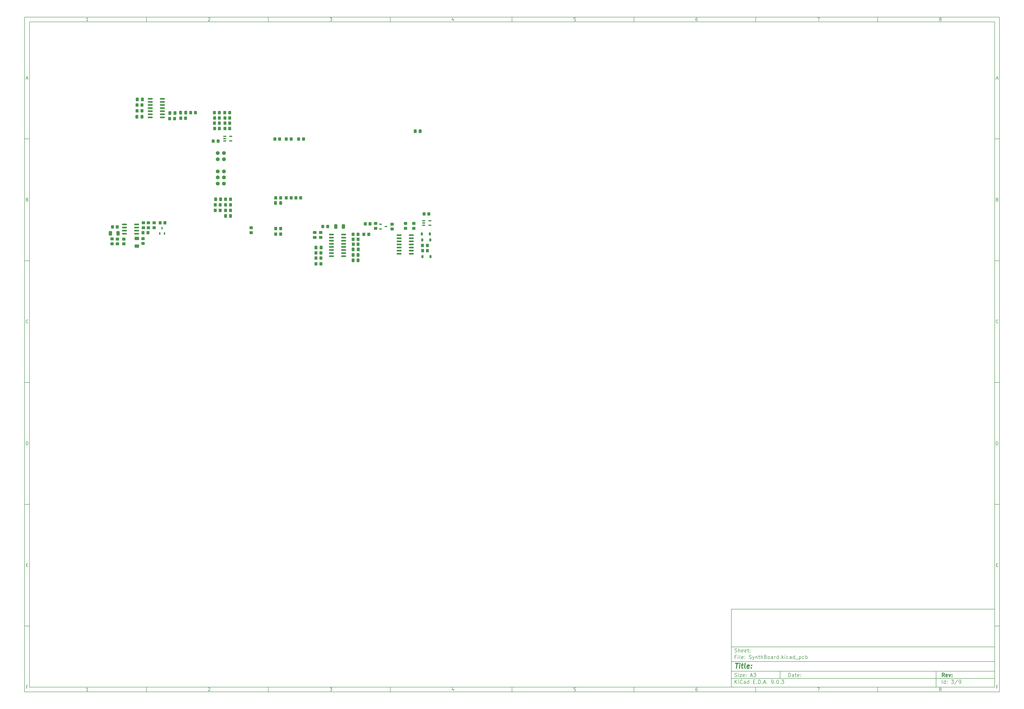
<source format=gbr>
%TF.GenerationSoftware,KiCad,Pcbnew,9.0.3*%
%TF.CreationDate,2025-09-21T20:18:17+09:00*%
%TF.ProjectId,SynthBoard,53796e74-6842-46f6-9172-642e6b696361,rev?*%
%TF.SameCoordinates,Original*%
%TF.FileFunction,Paste,Top*%
%TF.FilePolarity,Positive*%
%FSLAX46Y46*%
G04 Gerber Fmt 4.6, Leading zero omitted, Abs format (unit mm)*
G04 Created by KiCad (PCBNEW 9.0.3) date 2025-09-21 20:18:17*
%MOMM*%
%LPD*%
G01*
G04 APERTURE LIST*
G04 Aperture macros list*
%AMRoundRect*
0 Rectangle with rounded corners*
0 $1 Rounding radius*
0 $2 $3 $4 $5 $6 $7 $8 $9 X,Y pos of 4 corners*
0 Add a 4 corners polygon primitive as box body*
4,1,4,$2,$3,$4,$5,$6,$7,$8,$9,$2,$3,0*
0 Add four circle primitives for the rounded corners*
1,1,$1+$1,$2,$3*
1,1,$1+$1,$4,$5*
1,1,$1+$1,$6,$7*
1,1,$1+$1,$8,$9*
0 Add four rect primitives between the rounded corners*
20,1,$1+$1,$2,$3,$4,$5,0*
20,1,$1+$1,$4,$5,$6,$7,0*
20,1,$1+$1,$6,$7,$8,$9,0*
20,1,$1+$1,$8,$9,$2,$3,0*%
G04 Aperture macros list end*
%ADD10C,0.100000*%
%ADD11C,0.150000*%
%ADD12C,0.300000*%
%ADD13C,0.400000*%
%ADD14RoundRect,0.250000X0.337500X0.475000X-0.337500X0.475000X-0.337500X-0.475000X0.337500X-0.475000X0*%
%ADD15RoundRect,0.250000X0.450000X-0.350000X0.450000X0.350000X-0.450000X0.350000X-0.450000X-0.350000X0*%
%ADD16RoundRect,0.250000X0.350000X0.450000X-0.350000X0.450000X-0.350000X-0.450000X0.350000X-0.450000X0*%
%ADD17RoundRect,0.250000X-0.350000X-0.450000X0.350000X-0.450000X0.350000X0.450000X-0.350000X0.450000X0*%
%ADD18RoundRect,0.250000X-0.337500X-0.475000X0.337500X-0.475000X0.337500X0.475000X-0.337500X0.475000X0*%
%ADD19RoundRect,0.150000X-0.825000X-0.150000X0.825000X-0.150000X0.825000X0.150000X-0.825000X0.150000X0*%
%ADD20RoundRect,0.250000X0.650000X-0.412500X0.650000X0.412500X-0.650000X0.412500X-0.650000X-0.412500X0*%
%ADD21RoundRect,0.150000X-0.850000X-0.150000X0.850000X-0.150000X0.850000X0.150000X-0.850000X0.150000X0*%
%ADD22C,1.600000*%
%ADD23RoundRect,0.225000X-0.225000X-0.375000X0.225000X-0.375000X0.225000X0.375000X-0.225000X0.375000X0*%
%ADD24R,0.600000X1.100000*%
%ADD25RoundRect,0.250000X-0.450000X0.350000X-0.450000X-0.350000X0.450000X-0.350000X0.450000X0.350000X0*%
%ADD26RoundRect,0.250000X-0.412500X-0.650000X0.412500X-0.650000X0.412500X0.650000X-0.412500X0.650000X0*%
%ADD27RoundRect,0.250000X0.475000X-0.337500X0.475000X0.337500X-0.475000X0.337500X-0.475000X-0.337500X0*%
%ADD28R,1.100000X0.600000*%
%ADD29R,1.200000X0.600000*%
%ADD30RoundRect,0.225000X0.225000X0.375000X-0.225000X0.375000X-0.225000X-0.375000X0.225000X-0.375000X0*%
%ADD31RoundRect,0.250000X0.412500X0.650000X-0.412500X0.650000X-0.412500X-0.650000X0.412500X-0.650000X0*%
G04 APERTURE END LIST*
D10*
D11*
X299989000Y-253002200D02*
X407989000Y-253002200D01*
X407989000Y-285002200D01*
X299989000Y-285002200D01*
X299989000Y-253002200D01*
D10*
D11*
X10000000Y-10000000D02*
X409989000Y-10000000D01*
X409989000Y-287002200D01*
X10000000Y-287002200D01*
X10000000Y-10000000D01*
D10*
D11*
X12000000Y-12000000D02*
X407989000Y-12000000D01*
X407989000Y-285002200D01*
X12000000Y-285002200D01*
X12000000Y-12000000D01*
D10*
D11*
X60000000Y-12000000D02*
X60000000Y-10000000D01*
D10*
D11*
X110000000Y-12000000D02*
X110000000Y-10000000D01*
D10*
D11*
X160000000Y-12000000D02*
X160000000Y-10000000D01*
D10*
D11*
X210000000Y-12000000D02*
X210000000Y-10000000D01*
D10*
D11*
X260000000Y-12000000D02*
X260000000Y-10000000D01*
D10*
D11*
X310000000Y-12000000D02*
X310000000Y-10000000D01*
D10*
D11*
X360000000Y-12000000D02*
X360000000Y-10000000D01*
D10*
D11*
X36089160Y-11593604D02*
X35346303Y-11593604D01*
X35717731Y-11593604D02*
X35717731Y-10293604D01*
X35717731Y-10293604D02*
X35593922Y-10479319D01*
X35593922Y-10479319D02*
X35470112Y-10603128D01*
X35470112Y-10603128D02*
X35346303Y-10665033D01*
D10*
D11*
X85346303Y-10417414D02*
X85408207Y-10355509D01*
X85408207Y-10355509D02*
X85532017Y-10293604D01*
X85532017Y-10293604D02*
X85841541Y-10293604D01*
X85841541Y-10293604D02*
X85965350Y-10355509D01*
X85965350Y-10355509D02*
X86027255Y-10417414D01*
X86027255Y-10417414D02*
X86089160Y-10541223D01*
X86089160Y-10541223D02*
X86089160Y-10665033D01*
X86089160Y-10665033D02*
X86027255Y-10850747D01*
X86027255Y-10850747D02*
X85284398Y-11593604D01*
X85284398Y-11593604D02*
X86089160Y-11593604D01*
D10*
D11*
X135284398Y-10293604D02*
X136089160Y-10293604D01*
X136089160Y-10293604D02*
X135655826Y-10788842D01*
X135655826Y-10788842D02*
X135841541Y-10788842D01*
X135841541Y-10788842D02*
X135965350Y-10850747D01*
X135965350Y-10850747D02*
X136027255Y-10912652D01*
X136027255Y-10912652D02*
X136089160Y-11036461D01*
X136089160Y-11036461D02*
X136089160Y-11345985D01*
X136089160Y-11345985D02*
X136027255Y-11469795D01*
X136027255Y-11469795D02*
X135965350Y-11531700D01*
X135965350Y-11531700D02*
X135841541Y-11593604D01*
X135841541Y-11593604D02*
X135470112Y-11593604D01*
X135470112Y-11593604D02*
X135346303Y-11531700D01*
X135346303Y-11531700D02*
X135284398Y-11469795D01*
D10*
D11*
X185965350Y-10726938D02*
X185965350Y-11593604D01*
X185655826Y-10231700D02*
X185346303Y-11160271D01*
X185346303Y-11160271D02*
X186151064Y-11160271D01*
D10*
D11*
X236027255Y-10293604D02*
X235408207Y-10293604D01*
X235408207Y-10293604D02*
X235346303Y-10912652D01*
X235346303Y-10912652D02*
X235408207Y-10850747D01*
X235408207Y-10850747D02*
X235532017Y-10788842D01*
X235532017Y-10788842D02*
X235841541Y-10788842D01*
X235841541Y-10788842D02*
X235965350Y-10850747D01*
X235965350Y-10850747D02*
X236027255Y-10912652D01*
X236027255Y-10912652D02*
X236089160Y-11036461D01*
X236089160Y-11036461D02*
X236089160Y-11345985D01*
X236089160Y-11345985D02*
X236027255Y-11469795D01*
X236027255Y-11469795D02*
X235965350Y-11531700D01*
X235965350Y-11531700D02*
X235841541Y-11593604D01*
X235841541Y-11593604D02*
X235532017Y-11593604D01*
X235532017Y-11593604D02*
X235408207Y-11531700D01*
X235408207Y-11531700D02*
X235346303Y-11469795D01*
D10*
D11*
X285965350Y-10293604D02*
X285717731Y-10293604D01*
X285717731Y-10293604D02*
X285593922Y-10355509D01*
X285593922Y-10355509D02*
X285532017Y-10417414D01*
X285532017Y-10417414D02*
X285408207Y-10603128D01*
X285408207Y-10603128D02*
X285346303Y-10850747D01*
X285346303Y-10850747D02*
X285346303Y-11345985D01*
X285346303Y-11345985D02*
X285408207Y-11469795D01*
X285408207Y-11469795D02*
X285470112Y-11531700D01*
X285470112Y-11531700D02*
X285593922Y-11593604D01*
X285593922Y-11593604D02*
X285841541Y-11593604D01*
X285841541Y-11593604D02*
X285965350Y-11531700D01*
X285965350Y-11531700D02*
X286027255Y-11469795D01*
X286027255Y-11469795D02*
X286089160Y-11345985D01*
X286089160Y-11345985D02*
X286089160Y-11036461D01*
X286089160Y-11036461D02*
X286027255Y-10912652D01*
X286027255Y-10912652D02*
X285965350Y-10850747D01*
X285965350Y-10850747D02*
X285841541Y-10788842D01*
X285841541Y-10788842D02*
X285593922Y-10788842D01*
X285593922Y-10788842D02*
X285470112Y-10850747D01*
X285470112Y-10850747D02*
X285408207Y-10912652D01*
X285408207Y-10912652D02*
X285346303Y-11036461D01*
D10*
D11*
X335284398Y-10293604D02*
X336151064Y-10293604D01*
X336151064Y-10293604D02*
X335593922Y-11593604D01*
D10*
D11*
X385593922Y-10850747D02*
X385470112Y-10788842D01*
X385470112Y-10788842D02*
X385408207Y-10726938D01*
X385408207Y-10726938D02*
X385346303Y-10603128D01*
X385346303Y-10603128D02*
X385346303Y-10541223D01*
X385346303Y-10541223D02*
X385408207Y-10417414D01*
X385408207Y-10417414D02*
X385470112Y-10355509D01*
X385470112Y-10355509D02*
X385593922Y-10293604D01*
X385593922Y-10293604D02*
X385841541Y-10293604D01*
X385841541Y-10293604D02*
X385965350Y-10355509D01*
X385965350Y-10355509D02*
X386027255Y-10417414D01*
X386027255Y-10417414D02*
X386089160Y-10541223D01*
X386089160Y-10541223D02*
X386089160Y-10603128D01*
X386089160Y-10603128D02*
X386027255Y-10726938D01*
X386027255Y-10726938D02*
X385965350Y-10788842D01*
X385965350Y-10788842D02*
X385841541Y-10850747D01*
X385841541Y-10850747D02*
X385593922Y-10850747D01*
X385593922Y-10850747D02*
X385470112Y-10912652D01*
X385470112Y-10912652D02*
X385408207Y-10974557D01*
X385408207Y-10974557D02*
X385346303Y-11098366D01*
X385346303Y-11098366D02*
X385346303Y-11345985D01*
X385346303Y-11345985D02*
X385408207Y-11469795D01*
X385408207Y-11469795D02*
X385470112Y-11531700D01*
X385470112Y-11531700D02*
X385593922Y-11593604D01*
X385593922Y-11593604D02*
X385841541Y-11593604D01*
X385841541Y-11593604D02*
X385965350Y-11531700D01*
X385965350Y-11531700D02*
X386027255Y-11469795D01*
X386027255Y-11469795D02*
X386089160Y-11345985D01*
X386089160Y-11345985D02*
X386089160Y-11098366D01*
X386089160Y-11098366D02*
X386027255Y-10974557D01*
X386027255Y-10974557D02*
X385965350Y-10912652D01*
X385965350Y-10912652D02*
X385841541Y-10850747D01*
D10*
D11*
X60000000Y-285002200D02*
X60000000Y-287002200D01*
D10*
D11*
X110000000Y-285002200D02*
X110000000Y-287002200D01*
D10*
D11*
X160000000Y-285002200D02*
X160000000Y-287002200D01*
D10*
D11*
X210000000Y-285002200D02*
X210000000Y-287002200D01*
D10*
D11*
X260000000Y-285002200D02*
X260000000Y-287002200D01*
D10*
D11*
X310000000Y-285002200D02*
X310000000Y-287002200D01*
D10*
D11*
X360000000Y-285002200D02*
X360000000Y-287002200D01*
D10*
D11*
X36089160Y-286595804D02*
X35346303Y-286595804D01*
X35717731Y-286595804D02*
X35717731Y-285295804D01*
X35717731Y-285295804D02*
X35593922Y-285481519D01*
X35593922Y-285481519D02*
X35470112Y-285605328D01*
X35470112Y-285605328D02*
X35346303Y-285667233D01*
D10*
D11*
X85346303Y-285419614D02*
X85408207Y-285357709D01*
X85408207Y-285357709D02*
X85532017Y-285295804D01*
X85532017Y-285295804D02*
X85841541Y-285295804D01*
X85841541Y-285295804D02*
X85965350Y-285357709D01*
X85965350Y-285357709D02*
X86027255Y-285419614D01*
X86027255Y-285419614D02*
X86089160Y-285543423D01*
X86089160Y-285543423D02*
X86089160Y-285667233D01*
X86089160Y-285667233D02*
X86027255Y-285852947D01*
X86027255Y-285852947D02*
X85284398Y-286595804D01*
X85284398Y-286595804D02*
X86089160Y-286595804D01*
D10*
D11*
X135284398Y-285295804D02*
X136089160Y-285295804D01*
X136089160Y-285295804D02*
X135655826Y-285791042D01*
X135655826Y-285791042D02*
X135841541Y-285791042D01*
X135841541Y-285791042D02*
X135965350Y-285852947D01*
X135965350Y-285852947D02*
X136027255Y-285914852D01*
X136027255Y-285914852D02*
X136089160Y-286038661D01*
X136089160Y-286038661D02*
X136089160Y-286348185D01*
X136089160Y-286348185D02*
X136027255Y-286471995D01*
X136027255Y-286471995D02*
X135965350Y-286533900D01*
X135965350Y-286533900D02*
X135841541Y-286595804D01*
X135841541Y-286595804D02*
X135470112Y-286595804D01*
X135470112Y-286595804D02*
X135346303Y-286533900D01*
X135346303Y-286533900D02*
X135284398Y-286471995D01*
D10*
D11*
X185965350Y-285729138D02*
X185965350Y-286595804D01*
X185655826Y-285233900D02*
X185346303Y-286162471D01*
X185346303Y-286162471D02*
X186151064Y-286162471D01*
D10*
D11*
X236027255Y-285295804D02*
X235408207Y-285295804D01*
X235408207Y-285295804D02*
X235346303Y-285914852D01*
X235346303Y-285914852D02*
X235408207Y-285852947D01*
X235408207Y-285852947D02*
X235532017Y-285791042D01*
X235532017Y-285791042D02*
X235841541Y-285791042D01*
X235841541Y-285791042D02*
X235965350Y-285852947D01*
X235965350Y-285852947D02*
X236027255Y-285914852D01*
X236027255Y-285914852D02*
X236089160Y-286038661D01*
X236089160Y-286038661D02*
X236089160Y-286348185D01*
X236089160Y-286348185D02*
X236027255Y-286471995D01*
X236027255Y-286471995D02*
X235965350Y-286533900D01*
X235965350Y-286533900D02*
X235841541Y-286595804D01*
X235841541Y-286595804D02*
X235532017Y-286595804D01*
X235532017Y-286595804D02*
X235408207Y-286533900D01*
X235408207Y-286533900D02*
X235346303Y-286471995D01*
D10*
D11*
X285965350Y-285295804D02*
X285717731Y-285295804D01*
X285717731Y-285295804D02*
X285593922Y-285357709D01*
X285593922Y-285357709D02*
X285532017Y-285419614D01*
X285532017Y-285419614D02*
X285408207Y-285605328D01*
X285408207Y-285605328D02*
X285346303Y-285852947D01*
X285346303Y-285852947D02*
X285346303Y-286348185D01*
X285346303Y-286348185D02*
X285408207Y-286471995D01*
X285408207Y-286471995D02*
X285470112Y-286533900D01*
X285470112Y-286533900D02*
X285593922Y-286595804D01*
X285593922Y-286595804D02*
X285841541Y-286595804D01*
X285841541Y-286595804D02*
X285965350Y-286533900D01*
X285965350Y-286533900D02*
X286027255Y-286471995D01*
X286027255Y-286471995D02*
X286089160Y-286348185D01*
X286089160Y-286348185D02*
X286089160Y-286038661D01*
X286089160Y-286038661D02*
X286027255Y-285914852D01*
X286027255Y-285914852D02*
X285965350Y-285852947D01*
X285965350Y-285852947D02*
X285841541Y-285791042D01*
X285841541Y-285791042D02*
X285593922Y-285791042D01*
X285593922Y-285791042D02*
X285470112Y-285852947D01*
X285470112Y-285852947D02*
X285408207Y-285914852D01*
X285408207Y-285914852D02*
X285346303Y-286038661D01*
D10*
D11*
X335284398Y-285295804D02*
X336151064Y-285295804D01*
X336151064Y-285295804D02*
X335593922Y-286595804D01*
D10*
D11*
X385593922Y-285852947D02*
X385470112Y-285791042D01*
X385470112Y-285791042D02*
X385408207Y-285729138D01*
X385408207Y-285729138D02*
X385346303Y-285605328D01*
X385346303Y-285605328D02*
X385346303Y-285543423D01*
X385346303Y-285543423D02*
X385408207Y-285419614D01*
X385408207Y-285419614D02*
X385470112Y-285357709D01*
X385470112Y-285357709D02*
X385593922Y-285295804D01*
X385593922Y-285295804D02*
X385841541Y-285295804D01*
X385841541Y-285295804D02*
X385965350Y-285357709D01*
X385965350Y-285357709D02*
X386027255Y-285419614D01*
X386027255Y-285419614D02*
X386089160Y-285543423D01*
X386089160Y-285543423D02*
X386089160Y-285605328D01*
X386089160Y-285605328D02*
X386027255Y-285729138D01*
X386027255Y-285729138D02*
X385965350Y-285791042D01*
X385965350Y-285791042D02*
X385841541Y-285852947D01*
X385841541Y-285852947D02*
X385593922Y-285852947D01*
X385593922Y-285852947D02*
X385470112Y-285914852D01*
X385470112Y-285914852D02*
X385408207Y-285976757D01*
X385408207Y-285976757D02*
X385346303Y-286100566D01*
X385346303Y-286100566D02*
X385346303Y-286348185D01*
X385346303Y-286348185D02*
X385408207Y-286471995D01*
X385408207Y-286471995D02*
X385470112Y-286533900D01*
X385470112Y-286533900D02*
X385593922Y-286595804D01*
X385593922Y-286595804D02*
X385841541Y-286595804D01*
X385841541Y-286595804D02*
X385965350Y-286533900D01*
X385965350Y-286533900D02*
X386027255Y-286471995D01*
X386027255Y-286471995D02*
X386089160Y-286348185D01*
X386089160Y-286348185D02*
X386089160Y-286100566D01*
X386089160Y-286100566D02*
X386027255Y-285976757D01*
X386027255Y-285976757D02*
X385965350Y-285914852D01*
X385965350Y-285914852D02*
X385841541Y-285852947D01*
D10*
D11*
X10000000Y-60000000D02*
X12000000Y-60000000D01*
D10*
D11*
X10000000Y-110000000D02*
X12000000Y-110000000D01*
D10*
D11*
X10000000Y-160000000D02*
X12000000Y-160000000D01*
D10*
D11*
X10000000Y-210000000D02*
X12000000Y-210000000D01*
D10*
D11*
X10000000Y-260000000D02*
X12000000Y-260000000D01*
D10*
D11*
X10690476Y-35222176D02*
X11309523Y-35222176D01*
X10566666Y-35593604D02*
X10999999Y-34293604D01*
X10999999Y-34293604D02*
X11433333Y-35593604D01*
D10*
D11*
X11092857Y-84912652D02*
X11278571Y-84974557D01*
X11278571Y-84974557D02*
X11340476Y-85036461D01*
X11340476Y-85036461D02*
X11402380Y-85160271D01*
X11402380Y-85160271D02*
X11402380Y-85345985D01*
X11402380Y-85345985D02*
X11340476Y-85469795D01*
X11340476Y-85469795D02*
X11278571Y-85531700D01*
X11278571Y-85531700D02*
X11154761Y-85593604D01*
X11154761Y-85593604D02*
X10659523Y-85593604D01*
X10659523Y-85593604D02*
X10659523Y-84293604D01*
X10659523Y-84293604D02*
X11092857Y-84293604D01*
X11092857Y-84293604D02*
X11216666Y-84355509D01*
X11216666Y-84355509D02*
X11278571Y-84417414D01*
X11278571Y-84417414D02*
X11340476Y-84541223D01*
X11340476Y-84541223D02*
X11340476Y-84665033D01*
X11340476Y-84665033D02*
X11278571Y-84788842D01*
X11278571Y-84788842D02*
X11216666Y-84850747D01*
X11216666Y-84850747D02*
X11092857Y-84912652D01*
X11092857Y-84912652D02*
X10659523Y-84912652D01*
D10*
D11*
X11402380Y-135469795D02*
X11340476Y-135531700D01*
X11340476Y-135531700D02*
X11154761Y-135593604D01*
X11154761Y-135593604D02*
X11030952Y-135593604D01*
X11030952Y-135593604D02*
X10845238Y-135531700D01*
X10845238Y-135531700D02*
X10721428Y-135407890D01*
X10721428Y-135407890D02*
X10659523Y-135284080D01*
X10659523Y-135284080D02*
X10597619Y-135036461D01*
X10597619Y-135036461D02*
X10597619Y-134850747D01*
X10597619Y-134850747D02*
X10659523Y-134603128D01*
X10659523Y-134603128D02*
X10721428Y-134479319D01*
X10721428Y-134479319D02*
X10845238Y-134355509D01*
X10845238Y-134355509D02*
X11030952Y-134293604D01*
X11030952Y-134293604D02*
X11154761Y-134293604D01*
X11154761Y-134293604D02*
X11340476Y-134355509D01*
X11340476Y-134355509D02*
X11402380Y-134417414D01*
D10*
D11*
X10659523Y-185593604D02*
X10659523Y-184293604D01*
X10659523Y-184293604D02*
X10969047Y-184293604D01*
X10969047Y-184293604D02*
X11154761Y-184355509D01*
X11154761Y-184355509D02*
X11278571Y-184479319D01*
X11278571Y-184479319D02*
X11340476Y-184603128D01*
X11340476Y-184603128D02*
X11402380Y-184850747D01*
X11402380Y-184850747D02*
X11402380Y-185036461D01*
X11402380Y-185036461D02*
X11340476Y-185284080D01*
X11340476Y-185284080D02*
X11278571Y-185407890D01*
X11278571Y-185407890D02*
X11154761Y-185531700D01*
X11154761Y-185531700D02*
X10969047Y-185593604D01*
X10969047Y-185593604D02*
X10659523Y-185593604D01*
D10*
D11*
X10721428Y-234912652D02*
X11154762Y-234912652D01*
X11340476Y-235593604D02*
X10721428Y-235593604D01*
X10721428Y-235593604D02*
X10721428Y-234293604D01*
X10721428Y-234293604D02*
X11340476Y-234293604D01*
D10*
D11*
X11185714Y-284912652D02*
X10752380Y-284912652D01*
X10752380Y-285593604D02*
X10752380Y-284293604D01*
X10752380Y-284293604D02*
X11371428Y-284293604D01*
D10*
D11*
X409989000Y-60000000D02*
X407989000Y-60000000D01*
D10*
D11*
X409989000Y-110000000D02*
X407989000Y-110000000D01*
D10*
D11*
X409989000Y-160000000D02*
X407989000Y-160000000D01*
D10*
D11*
X409989000Y-210000000D02*
X407989000Y-210000000D01*
D10*
D11*
X409989000Y-260000000D02*
X407989000Y-260000000D01*
D10*
D11*
X408679476Y-35222176D02*
X409298523Y-35222176D01*
X408555666Y-35593604D02*
X408988999Y-34293604D01*
X408988999Y-34293604D02*
X409422333Y-35593604D01*
D10*
D11*
X409081857Y-84912652D02*
X409267571Y-84974557D01*
X409267571Y-84974557D02*
X409329476Y-85036461D01*
X409329476Y-85036461D02*
X409391380Y-85160271D01*
X409391380Y-85160271D02*
X409391380Y-85345985D01*
X409391380Y-85345985D02*
X409329476Y-85469795D01*
X409329476Y-85469795D02*
X409267571Y-85531700D01*
X409267571Y-85531700D02*
X409143761Y-85593604D01*
X409143761Y-85593604D02*
X408648523Y-85593604D01*
X408648523Y-85593604D02*
X408648523Y-84293604D01*
X408648523Y-84293604D02*
X409081857Y-84293604D01*
X409081857Y-84293604D02*
X409205666Y-84355509D01*
X409205666Y-84355509D02*
X409267571Y-84417414D01*
X409267571Y-84417414D02*
X409329476Y-84541223D01*
X409329476Y-84541223D02*
X409329476Y-84665033D01*
X409329476Y-84665033D02*
X409267571Y-84788842D01*
X409267571Y-84788842D02*
X409205666Y-84850747D01*
X409205666Y-84850747D02*
X409081857Y-84912652D01*
X409081857Y-84912652D02*
X408648523Y-84912652D01*
D10*
D11*
X409391380Y-135469795D02*
X409329476Y-135531700D01*
X409329476Y-135531700D02*
X409143761Y-135593604D01*
X409143761Y-135593604D02*
X409019952Y-135593604D01*
X409019952Y-135593604D02*
X408834238Y-135531700D01*
X408834238Y-135531700D02*
X408710428Y-135407890D01*
X408710428Y-135407890D02*
X408648523Y-135284080D01*
X408648523Y-135284080D02*
X408586619Y-135036461D01*
X408586619Y-135036461D02*
X408586619Y-134850747D01*
X408586619Y-134850747D02*
X408648523Y-134603128D01*
X408648523Y-134603128D02*
X408710428Y-134479319D01*
X408710428Y-134479319D02*
X408834238Y-134355509D01*
X408834238Y-134355509D02*
X409019952Y-134293604D01*
X409019952Y-134293604D02*
X409143761Y-134293604D01*
X409143761Y-134293604D02*
X409329476Y-134355509D01*
X409329476Y-134355509D02*
X409391380Y-134417414D01*
D10*
D11*
X408648523Y-185593604D02*
X408648523Y-184293604D01*
X408648523Y-184293604D02*
X408958047Y-184293604D01*
X408958047Y-184293604D02*
X409143761Y-184355509D01*
X409143761Y-184355509D02*
X409267571Y-184479319D01*
X409267571Y-184479319D02*
X409329476Y-184603128D01*
X409329476Y-184603128D02*
X409391380Y-184850747D01*
X409391380Y-184850747D02*
X409391380Y-185036461D01*
X409391380Y-185036461D02*
X409329476Y-185284080D01*
X409329476Y-185284080D02*
X409267571Y-185407890D01*
X409267571Y-185407890D02*
X409143761Y-185531700D01*
X409143761Y-185531700D02*
X408958047Y-185593604D01*
X408958047Y-185593604D02*
X408648523Y-185593604D01*
D10*
D11*
X408710428Y-234912652D02*
X409143762Y-234912652D01*
X409329476Y-235593604D02*
X408710428Y-235593604D01*
X408710428Y-235593604D02*
X408710428Y-234293604D01*
X408710428Y-234293604D02*
X409329476Y-234293604D01*
D10*
D11*
X409174714Y-284912652D02*
X408741380Y-284912652D01*
X408741380Y-285593604D02*
X408741380Y-284293604D01*
X408741380Y-284293604D02*
X409360428Y-284293604D01*
D10*
D11*
X323444826Y-280788328D02*
X323444826Y-279288328D01*
X323444826Y-279288328D02*
X323801969Y-279288328D01*
X323801969Y-279288328D02*
X324016255Y-279359757D01*
X324016255Y-279359757D02*
X324159112Y-279502614D01*
X324159112Y-279502614D02*
X324230541Y-279645471D01*
X324230541Y-279645471D02*
X324301969Y-279931185D01*
X324301969Y-279931185D02*
X324301969Y-280145471D01*
X324301969Y-280145471D02*
X324230541Y-280431185D01*
X324230541Y-280431185D02*
X324159112Y-280574042D01*
X324159112Y-280574042D02*
X324016255Y-280716900D01*
X324016255Y-280716900D02*
X323801969Y-280788328D01*
X323801969Y-280788328D02*
X323444826Y-280788328D01*
X325587684Y-280788328D02*
X325587684Y-280002614D01*
X325587684Y-280002614D02*
X325516255Y-279859757D01*
X325516255Y-279859757D02*
X325373398Y-279788328D01*
X325373398Y-279788328D02*
X325087684Y-279788328D01*
X325087684Y-279788328D02*
X324944826Y-279859757D01*
X325587684Y-280716900D02*
X325444826Y-280788328D01*
X325444826Y-280788328D02*
X325087684Y-280788328D01*
X325087684Y-280788328D02*
X324944826Y-280716900D01*
X324944826Y-280716900D02*
X324873398Y-280574042D01*
X324873398Y-280574042D02*
X324873398Y-280431185D01*
X324873398Y-280431185D02*
X324944826Y-280288328D01*
X324944826Y-280288328D02*
X325087684Y-280216900D01*
X325087684Y-280216900D02*
X325444826Y-280216900D01*
X325444826Y-280216900D02*
X325587684Y-280145471D01*
X326087684Y-279788328D02*
X326659112Y-279788328D01*
X326301969Y-279288328D02*
X326301969Y-280574042D01*
X326301969Y-280574042D02*
X326373398Y-280716900D01*
X326373398Y-280716900D02*
X326516255Y-280788328D01*
X326516255Y-280788328D02*
X326659112Y-280788328D01*
X327730541Y-280716900D02*
X327587684Y-280788328D01*
X327587684Y-280788328D02*
X327301970Y-280788328D01*
X327301970Y-280788328D02*
X327159112Y-280716900D01*
X327159112Y-280716900D02*
X327087684Y-280574042D01*
X327087684Y-280574042D02*
X327087684Y-280002614D01*
X327087684Y-280002614D02*
X327159112Y-279859757D01*
X327159112Y-279859757D02*
X327301970Y-279788328D01*
X327301970Y-279788328D02*
X327587684Y-279788328D01*
X327587684Y-279788328D02*
X327730541Y-279859757D01*
X327730541Y-279859757D02*
X327801970Y-280002614D01*
X327801970Y-280002614D02*
X327801970Y-280145471D01*
X327801970Y-280145471D02*
X327087684Y-280288328D01*
X328444826Y-280645471D02*
X328516255Y-280716900D01*
X328516255Y-280716900D02*
X328444826Y-280788328D01*
X328444826Y-280788328D02*
X328373398Y-280716900D01*
X328373398Y-280716900D02*
X328444826Y-280645471D01*
X328444826Y-280645471D02*
X328444826Y-280788328D01*
X328444826Y-279859757D02*
X328516255Y-279931185D01*
X328516255Y-279931185D02*
X328444826Y-280002614D01*
X328444826Y-280002614D02*
X328373398Y-279931185D01*
X328373398Y-279931185D02*
X328444826Y-279859757D01*
X328444826Y-279859757D02*
X328444826Y-280002614D01*
D10*
D11*
X299989000Y-281502200D02*
X407989000Y-281502200D01*
D10*
D11*
X301444826Y-283588328D02*
X301444826Y-282088328D01*
X302301969Y-283588328D02*
X301659112Y-282731185D01*
X302301969Y-282088328D02*
X301444826Y-282945471D01*
X302944826Y-283588328D02*
X302944826Y-282588328D01*
X302944826Y-282088328D02*
X302873398Y-282159757D01*
X302873398Y-282159757D02*
X302944826Y-282231185D01*
X302944826Y-282231185D02*
X303016255Y-282159757D01*
X303016255Y-282159757D02*
X302944826Y-282088328D01*
X302944826Y-282088328D02*
X302944826Y-282231185D01*
X304516255Y-283445471D02*
X304444827Y-283516900D01*
X304444827Y-283516900D02*
X304230541Y-283588328D01*
X304230541Y-283588328D02*
X304087684Y-283588328D01*
X304087684Y-283588328D02*
X303873398Y-283516900D01*
X303873398Y-283516900D02*
X303730541Y-283374042D01*
X303730541Y-283374042D02*
X303659112Y-283231185D01*
X303659112Y-283231185D02*
X303587684Y-282945471D01*
X303587684Y-282945471D02*
X303587684Y-282731185D01*
X303587684Y-282731185D02*
X303659112Y-282445471D01*
X303659112Y-282445471D02*
X303730541Y-282302614D01*
X303730541Y-282302614D02*
X303873398Y-282159757D01*
X303873398Y-282159757D02*
X304087684Y-282088328D01*
X304087684Y-282088328D02*
X304230541Y-282088328D01*
X304230541Y-282088328D02*
X304444827Y-282159757D01*
X304444827Y-282159757D02*
X304516255Y-282231185D01*
X305801970Y-283588328D02*
X305801970Y-282802614D01*
X305801970Y-282802614D02*
X305730541Y-282659757D01*
X305730541Y-282659757D02*
X305587684Y-282588328D01*
X305587684Y-282588328D02*
X305301970Y-282588328D01*
X305301970Y-282588328D02*
X305159112Y-282659757D01*
X305801970Y-283516900D02*
X305659112Y-283588328D01*
X305659112Y-283588328D02*
X305301970Y-283588328D01*
X305301970Y-283588328D02*
X305159112Y-283516900D01*
X305159112Y-283516900D02*
X305087684Y-283374042D01*
X305087684Y-283374042D02*
X305087684Y-283231185D01*
X305087684Y-283231185D02*
X305159112Y-283088328D01*
X305159112Y-283088328D02*
X305301970Y-283016900D01*
X305301970Y-283016900D02*
X305659112Y-283016900D01*
X305659112Y-283016900D02*
X305801970Y-282945471D01*
X307159113Y-283588328D02*
X307159113Y-282088328D01*
X307159113Y-283516900D02*
X307016255Y-283588328D01*
X307016255Y-283588328D02*
X306730541Y-283588328D01*
X306730541Y-283588328D02*
X306587684Y-283516900D01*
X306587684Y-283516900D02*
X306516255Y-283445471D01*
X306516255Y-283445471D02*
X306444827Y-283302614D01*
X306444827Y-283302614D02*
X306444827Y-282874042D01*
X306444827Y-282874042D02*
X306516255Y-282731185D01*
X306516255Y-282731185D02*
X306587684Y-282659757D01*
X306587684Y-282659757D02*
X306730541Y-282588328D01*
X306730541Y-282588328D02*
X307016255Y-282588328D01*
X307016255Y-282588328D02*
X307159113Y-282659757D01*
X309016255Y-282802614D02*
X309516255Y-282802614D01*
X309730541Y-283588328D02*
X309016255Y-283588328D01*
X309016255Y-283588328D02*
X309016255Y-282088328D01*
X309016255Y-282088328D02*
X309730541Y-282088328D01*
X310373398Y-283445471D02*
X310444827Y-283516900D01*
X310444827Y-283516900D02*
X310373398Y-283588328D01*
X310373398Y-283588328D02*
X310301970Y-283516900D01*
X310301970Y-283516900D02*
X310373398Y-283445471D01*
X310373398Y-283445471D02*
X310373398Y-283588328D01*
X311087684Y-283588328D02*
X311087684Y-282088328D01*
X311087684Y-282088328D02*
X311444827Y-282088328D01*
X311444827Y-282088328D02*
X311659113Y-282159757D01*
X311659113Y-282159757D02*
X311801970Y-282302614D01*
X311801970Y-282302614D02*
X311873399Y-282445471D01*
X311873399Y-282445471D02*
X311944827Y-282731185D01*
X311944827Y-282731185D02*
X311944827Y-282945471D01*
X311944827Y-282945471D02*
X311873399Y-283231185D01*
X311873399Y-283231185D02*
X311801970Y-283374042D01*
X311801970Y-283374042D02*
X311659113Y-283516900D01*
X311659113Y-283516900D02*
X311444827Y-283588328D01*
X311444827Y-283588328D02*
X311087684Y-283588328D01*
X312587684Y-283445471D02*
X312659113Y-283516900D01*
X312659113Y-283516900D02*
X312587684Y-283588328D01*
X312587684Y-283588328D02*
X312516256Y-283516900D01*
X312516256Y-283516900D02*
X312587684Y-283445471D01*
X312587684Y-283445471D02*
X312587684Y-283588328D01*
X313230542Y-283159757D02*
X313944828Y-283159757D01*
X313087685Y-283588328D02*
X313587685Y-282088328D01*
X313587685Y-282088328D02*
X314087685Y-283588328D01*
X314587684Y-283445471D02*
X314659113Y-283516900D01*
X314659113Y-283516900D02*
X314587684Y-283588328D01*
X314587684Y-283588328D02*
X314516256Y-283516900D01*
X314516256Y-283516900D02*
X314587684Y-283445471D01*
X314587684Y-283445471D02*
X314587684Y-283588328D01*
X316516256Y-283588328D02*
X316801970Y-283588328D01*
X316801970Y-283588328D02*
X316944827Y-283516900D01*
X316944827Y-283516900D02*
X317016256Y-283445471D01*
X317016256Y-283445471D02*
X317159113Y-283231185D01*
X317159113Y-283231185D02*
X317230542Y-282945471D01*
X317230542Y-282945471D02*
X317230542Y-282374042D01*
X317230542Y-282374042D02*
X317159113Y-282231185D01*
X317159113Y-282231185D02*
X317087685Y-282159757D01*
X317087685Y-282159757D02*
X316944827Y-282088328D01*
X316944827Y-282088328D02*
X316659113Y-282088328D01*
X316659113Y-282088328D02*
X316516256Y-282159757D01*
X316516256Y-282159757D02*
X316444827Y-282231185D01*
X316444827Y-282231185D02*
X316373399Y-282374042D01*
X316373399Y-282374042D02*
X316373399Y-282731185D01*
X316373399Y-282731185D02*
X316444827Y-282874042D01*
X316444827Y-282874042D02*
X316516256Y-282945471D01*
X316516256Y-282945471D02*
X316659113Y-283016900D01*
X316659113Y-283016900D02*
X316944827Y-283016900D01*
X316944827Y-283016900D02*
X317087685Y-282945471D01*
X317087685Y-282945471D02*
X317159113Y-282874042D01*
X317159113Y-282874042D02*
X317230542Y-282731185D01*
X317873398Y-283445471D02*
X317944827Y-283516900D01*
X317944827Y-283516900D02*
X317873398Y-283588328D01*
X317873398Y-283588328D02*
X317801970Y-283516900D01*
X317801970Y-283516900D02*
X317873398Y-283445471D01*
X317873398Y-283445471D02*
X317873398Y-283588328D01*
X318873399Y-282088328D02*
X319016256Y-282088328D01*
X319016256Y-282088328D02*
X319159113Y-282159757D01*
X319159113Y-282159757D02*
X319230542Y-282231185D01*
X319230542Y-282231185D02*
X319301970Y-282374042D01*
X319301970Y-282374042D02*
X319373399Y-282659757D01*
X319373399Y-282659757D02*
X319373399Y-283016900D01*
X319373399Y-283016900D02*
X319301970Y-283302614D01*
X319301970Y-283302614D02*
X319230542Y-283445471D01*
X319230542Y-283445471D02*
X319159113Y-283516900D01*
X319159113Y-283516900D02*
X319016256Y-283588328D01*
X319016256Y-283588328D02*
X318873399Y-283588328D01*
X318873399Y-283588328D02*
X318730542Y-283516900D01*
X318730542Y-283516900D02*
X318659113Y-283445471D01*
X318659113Y-283445471D02*
X318587684Y-283302614D01*
X318587684Y-283302614D02*
X318516256Y-283016900D01*
X318516256Y-283016900D02*
X318516256Y-282659757D01*
X318516256Y-282659757D02*
X318587684Y-282374042D01*
X318587684Y-282374042D02*
X318659113Y-282231185D01*
X318659113Y-282231185D02*
X318730542Y-282159757D01*
X318730542Y-282159757D02*
X318873399Y-282088328D01*
X320016255Y-283445471D02*
X320087684Y-283516900D01*
X320087684Y-283516900D02*
X320016255Y-283588328D01*
X320016255Y-283588328D02*
X319944827Y-283516900D01*
X319944827Y-283516900D02*
X320016255Y-283445471D01*
X320016255Y-283445471D02*
X320016255Y-283588328D01*
X320587684Y-282088328D02*
X321516256Y-282088328D01*
X321516256Y-282088328D02*
X321016256Y-282659757D01*
X321016256Y-282659757D02*
X321230541Y-282659757D01*
X321230541Y-282659757D02*
X321373399Y-282731185D01*
X321373399Y-282731185D02*
X321444827Y-282802614D01*
X321444827Y-282802614D02*
X321516256Y-282945471D01*
X321516256Y-282945471D02*
X321516256Y-283302614D01*
X321516256Y-283302614D02*
X321444827Y-283445471D01*
X321444827Y-283445471D02*
X321373399Y-283516900D01*
X321373399Y-283516900D02*
X321230541Y-283588328D01*
X321230541Y-283588328D02*
X320801970Y-283588328D01*
X320801970Y-283588328D02*
X320659113Y-283516900D01*
X320659113Y-283516900D02*
X320587684Y-283445471D01*
D10*
D11*
X299989000Y-278502200D02*
X407989000Y-278502200D01*
D10*
D12*
X387400653Y-280780528D02*
X386900653Y-280066242D01*
X386543510Y-280780528D02*
X386543510Y-279280528D01*
X386543510Y-279280528D02*
X387114939Y-279280528D01*
X387114939Y-279280528D02*
X387257796Y-279351957D01*
X387257796Y-279351957D02*
X387329225Y-279423385D01*
X387329225Y-279423385D02*
X387400653Y-279566242D01*
X387400653Y-279566242D02*
X387400653Y-279780528D01*
X387400653Y-279780528D02*
X387329225Y-279923385D01*
X387329225Y-279923385D02*
X387257796Y-279994814D01*
X387257796Y-279994814D02*
X387114939Y-280066242D01*
X387114939Y-280066242D02*
X386543510Y-280066242D01*
X388614939Y-280709100D02*
X388472082Y-280780528D01*
X388472082Y-280780528D02*
X388186368Y-280780528D01*
X388186368Y-280780528D02*
X388043510Y-280709100D01*
X388043510Y-280709100D02*
X387972082Y-280566242D01*
X387972082Y-280566242D02*
X387972082Y-279994814D01*
X387972082Y-279994814D02*
X388043510Y-279851957D01*
X388043510Y-279851957D02*
X388186368Y-279780528D01*
X388186368Y-279780528D02*
X388472082Y-279780528D01*
X388472082Y-279780528D02*
X388614939Y-279851957D01*
X388614939Y-279851957D02*
X388686368Y-279994814D01*
X388686368Y-279994814D02*
X388686368Y-280137671D01*
X388686368Y-280137671D02*
X387972082Y-280280528D01*
X389186367Y-279780528D02*
X389543510Y-280780528D01*
X389543510Y-280780528D02*
X389900653Y-279780528D01*
X390472081Y-280637671D02*
X390543510Y-280709100D01*
X390543510Y-280709100D02*
X390472081Y-280780528D01*
X390472081Y-280780528D02*
X390400653Y-280709100D01*
X390400653Y-280709100D02*
X390472081Y-280637671D01*
X390472081Y-280637671D02*
X390472081Y-280780528D01*
X390472081Y-279851957D02*
X390543510Y-279923385D01*
X390543510Y-279923385D02*
X390472081Y-279994814D01*
X390472081Y-279994814D02*
X390400653Y-279923385D01*
X390400653Y-279923385D02*
X390472081Y-279851957D01*
X390472081Y-279851957D02*
X390472081Y-279994814D01*
D10*
D11*
X301373398Y-280716900D02*
X301587684Y-280788328D01*
X301587684Y-280788328D02*
X301944826Y-280788328D01*
X301944826Y-280788328D02*
X302087684Y-280716900D01*
X302087684Y-280716900D02*
X302159112Y-280645471D01*
X302159112Y-280645471D02*
X302230541Y-280502614D01*
X302230541Y-280502614D02*
X302230541Y-280359757D01*
X302230541Y-280359757D02*
X302159112Y-280216900D01*
X302159112Y-280216900D02*
X302087684Y-280145471D01*
X302087684Y-280145471D02*
X301944826Y-280074042D01*
X301944826Y-280074042D02*
X301659112Y-280002614D01*
X301659112Y-280002614D02*
X301516255Y-279931185D01*
X301516255Y-279931185D02*
X301444826Y-279859757D01*
X301444826Y-279859757D02*
X301373398Y-279716900D01*
X301373398Y-279716900D02*
X301373398Y-279574042D01*
X301373398Y-279574042D02*
X301444826Y-279431185D01*
X301444826Y-279431185D02*
X301516255Y-279359757D01*
X301516255Y-279359757D02*
X301659112Y-279288328D01*
X301659112Y-279288328D02*
X302016255Y-279288328D01*
X302016255Y-279288328D02*
X302230541Y-279359757D01*
X302873397Y-280788328D02*
X302873397Y-279788328D01*
X302873397Y-279288328D02*
X302801969Y-279359757D01*
X302801969Y-279359757D02*
X302873397Y-279431185D01*
X302873397Y-279431185D02*
X302944826Y-279359757D01*
X302944826Y-279359757D02*
X302873397Y-279288328D01*
X302873397Y-279288328D02*
X302873397Y-279431185D01*
X303444826Y-279788328D02*
X304230541Y-279788328D01*
X304230541Y-279788328D02*
X303444826Y-280788328D01*
X303444826Y-280788328D02*
X304230541Y-280788328D01*
X305373398Y-280716900D02*
X305230541Y-280788328D01*
X305230541Y-280788328D02*
X304944827Y-280788328D01*
X304944827Y-280788328D02*
X304801969Y-280716900D01*
X304801969Y-280716900D02*
X304730541Y-280574042D01*
X304730541Y-280574042D02*
X304730541Y-280002614D01*
X304730541Y-280002614D02*
X304801969Y-279859757D01*
X304801969Y-279859757D02*
X304944827Y-279788328D01*
X304944827Y-279788328D02*
X305230541Y-279788328D01*
X305230541Y-279788328D02*
X305373398Y-279859757D01*
X305373398Y-279859757D02*
X305444827Y-280002614D01*
X305444827Y-280002614D02*
X305444827Y-280145471D01*
X305444827Y-280145471D02*
X304730541Y-280288328D01*
X306087683Y-280645471D02*
X306159112Y-280716900D01*
X306159112Y-280716900D02*
X306087683Y-280788328D01*
X306087683Y-280788328D02*
X306016255Y-280716900D01*
X306016255Y-280716900D02*
X306087683Y-280645471D01*
X306087683Y-280645471D02*
X306087683Y-280788328D01*
X306087683Y-279859757D02*
X306159112Y-279931185D01*
X306159112Y-279931185D02*
X306087683Y-280002614D01*
X306087683Y-280002614D02*
X306016255Y-279931185D01*
X306016255Y-279931185D02*
X306087683Y-279859757D01*
X306087683Y-279859757D02*
X306087683Y-280002614D01*
X307873398Y-280359757D02*
X308587684Y-280359757D01*
X307730541Y-280788328D02*
X308230541Y-279288328D01*
X308230541Y-279288328D02*
X308730541Y-280788328D01*
X309087683Y-279288328D02*
X310016255Y-279288328D01*
X310016255Y-279288328D02*
X309516255Y-279859757D01*
X309516255Y-279859757D02*
X309730540Y-279859757D01*
X309730540Y-279859757D02*
X309873398Y-279931185D01*
X309873398Y-279931185D02*
X309944826Y-280002614D01*
X309944826Y-280002614D02*
X310016255Y-280145471D01*
X310016255Y-280145471D02*
X310016255Y-280502614D01*
X310016255Y-280502614D02*
X309944826Y-280645471D01*
X309944826Y-280645471D02*
X309873398Y-280716900D01*
X309873398Y-280716900D02*
X309730540Y-280788328D01*
X309730540Y-280788328D02*
X309301969Y-280788328D01*
X309301969Y-280788328D02*
X309159112Y-280716900D01*
X309159112Y-280716900D02*
X309087683Y-280645471D01*
D10*
D11*
X386444826Y-283588328D02*
X386444826Y-282088328D01*
X387801970Y-283588328D02*
X387801970Y-282088328D01*
X387801970Y-283516900D02*
X387659112Y-283588328D01*
X387659112Y-283588328D02*
X387373398Y-283588328D01*
X387373398Y-283588328D02*
X387230541Y-283516900D01*
X387230541Y-283516900D02*
X387159112Y-283445471D01*
X387159112Y-283445471D02*
X387087684Y-283302614D01*
X387087684Y-283302614D02*
X387087684Y-282874042D01*
X387087684Y-282874042D02*
X387159112Y-282731185D01*
X387159112Y-282731185D02*
X387230541Y-282659757D01*
X387230541Y-282659757D02*
X387373398Y-282588328D01*
X387373398Y-282588328D02*
X387659112Y-282588328D01*
X387659112Y-282588328D02*
X387801970Y-282659757D01*
X388516255Y-283445471D02*
X388587684Y-283516900D01*
X388587684Y-283516900D02*
X388516255Y-283588328D01*
X388516255Y-283588328D02*
X388444827Y-283516900D01*
X388444827Y-283516900D02*
X388516255Y-283445471D01*
X388516255Y-283445471D02*
X388516255Y-283588328D01*
X388516255Y-282659757D02*
X388587684Y-282731185D01*
X388587684Y-282731185D02*
X388516255Y-282802614D01*
X388516255Y-282802614D02*
X388444827Y-282731185D01*
X388444827Y-282731185D02*
X388516255Y-282659757D01*
X388516255Y-282659757D02*
X388516255Y-282802614D01*
X390230541Y-282088328D02*
X391159113Y-282088328D01*
X391159113Y-282088328D02*
X390659113Y-282659757D01*
X390659113Y-282659757D02*
X390873398Y-282659757D01*
X390873398Y-282659757D02*
X391016256Y-282731185D01*
X391016256Y-282731185D02*
X391087684Y-282802614D01*
X391087684Y-282802614D02*
X391159113Y-282945471D01*
X391159113Y-282945471D02*
X391159113Y-283302614D01*
X391159113Y-283302614D02*
X391087684Y-283445471D01*
X391087684Y-283445471D02*
X391016256Y-283516900D01*
X391016256Y-283516900D02*
X390873398Y-283588328D01*
X390873398Y-283588328D02*
X390444827Y-283588328D01*
X390444827Y-283588328D02*
X390301970Y-283516900D01*
X390301970Y-283516900D02*
X390230541Y-283445471D01*
X392873398Y-282016900D02*
X391587684Y-283945471D01*
X393444827Y-283588328D02*
X393730541Y-283588328D01*
X393730541Y-283588328D02*
X393873398Y-283516900D01*
X393873398Y-283516900D02*
X393944827Y-283445471D01*
X393944827Y-283445471D02*
X394087684Y-283231185D01*
X394087684Y-283231185D02*
X394159113Y-282945471D01*
X394159113Y-282945471D02*
X394159113Y-282374042D01*
X394159113Y-282374042D02*
X394087684Y-282231185D01*
X394087684Y-282231185D02*
X394016256Y-282159757D01*
X394016256Y-282159757D02*
X393873398Y-282088328D01*
X393873398Y-282088328D02*
X393587684Y-282088328D01*
X393587684Y-282088328D02*
X393444827Y-282159757D01*
X393444827Y-282159757D02*
X393373398Y-282231185D01*
X393373398Y-282231185D02*
X393301970Y-282374042D01*
X393301970Y-282374042D02*
X393301970Y-282731185D01*
X393301970Y-282731185D02*
X393373398Y-282874042D01*
X393373398Y-282874042D02*
X393444827Y-282945471D01*
X393444827Y-282945471D02*
X393587684Y-283016900D01*
X393587684Y-283016900D02*
X393873398Y-283016900D01*
X393873398Y-283016900D02*
X394016256Y-282945471D01*
X394016256Y-282945471D02*
X394087684Y-282874042D01*
X394087684Y-282874042D02*
X394159113Y-282731185D01*
D10*
D11*
X299989000Y-274502200D02*
X407989000Y-274502200D01*
D10*
D13*
X301680728Y-275206638D02*
X302823585Y-275206638D01*
X302002157Y-277206638D02*
X302252157Y-275206638D01*
X303240252Y-277206638D02*
X303406919Y-275873304D01*
X303490252Y-275206638D02*
X303383109Y-275301876D01*
X303383109Y-275301876D02*
X303466443Y-275397114D01*
X303466443Y-275397114D02*
X303573586Y-275301876D01*
X303573586Y-275301876D02*
X303490252Y-275206638D01*
X303490252Y-275206638D02*
X303466443Y-275397114D01*
X304073586Y-275873304D02*
X304835490Y-275873304D01*
X304442633Y-275206638D02*
X304228348Y-276920923D01*
X304228348Y-276920923D02*
X304299776Y-277111400D01*
X304299776Y-277111400D02*
X304478348Y-277206638D01*
X304478348Y-277206638D02*
X304668824Y-277206638D01*
X305621205Y-277206638D02*
X305442633Y-277111400D01*
X305442633Y-277111400D02*
X305371205Y-276920923D01*
X305371205Y-276920923D02*
X305585490Y-275206638D01*
X307156919Y-277111400D02*
X306954538Y-277206638D01*
X306954538Y-277206638D02*
X306573585Y-277206638D01*
X306573585Y-277206638D02*
X306395014Y-277111400D01*
X306395014Y-277111400D02*
X306323585Y-276920923D01*
X306323585Y-276920923D02*
X306418824Y-276159019D01*
X306418824Y-276159019D02*
X306537871Y-275968542D01*
X306537871Y-275968542D02*
X306740252Y-275873304D01*
X306740252Y-275873304D02*
X307121204Y-275873304D01*
X307121204Y-275873304D02*
X307299776Y-275968542D01*
X307299776Y-275968542D02*
X307371204Y-276159019D01*
X307371204Y-276159019D02*
X307347395Y-276349495D01*
X307347395Y-276349495D02*
X306371204Y-276539971D01*
X308121205Y-277016161D02*
X308204538Y-277111400D01*
X308204538Y-277111400D02*
X308097395Y-277206638D01*
X308097395Y-277206638D02*
X308014062Y-277111400D01*
X308014062Y-277111400D02*
X308121205Y-277016161D01*
X308121205Y-277016161D02*
X308097395Y-277206638D01*
X308252157Y-275968542D02*
X308335490Y-276063780D01*
X308335490Y-276063780D02*
X308228348Y-276159019D01*
X308228348Y-276159019D02*
X308145014Y-276063780D01*
X308145014Y-276063780D02*
X308252157Y-275968542D01*
X308252157Y-275968542D02*
X308228348Y-276159019D01*
D10*
D11*
X301944826Y-272602614D02*
X301444826Y-272602614D01*
X301444826Y-273388328D02*
X301444826Y-271888328D01*
X301444826Y-271888328D02*
X302159112Y-271888328D01*
X302730540Y-273388328D02*
X302730540Y-272388328D01*
X302730540Y-271888328D02*
X302659112Y-271959757D01*
X302659112Y-271959757D02*
X302730540Y-272031185D01*
X302730540Y-272031185D02*
X302801969Y-271959757D01*
X302801969Y-271959757D02*
X302730540Y-271888328D01*
X302730540Y-271888328D02*
X302730540Y-272031185D01*
X303659112Y-273388328D02*
X303516255Y-273316900D01*
X303516255Y-273316900D02*
X303444826Y-273174042D01*
X303444826Y-273174042D02*
X303444826Y-271888328D01*
X304801969Y-273316900D02*
X304659112Y-273388328D01*
X304659112Y-273388328D02*
X304373398Y-273388328D01*
X304373398Y-273388328D02*
X304230540Y-273316900D01*
X304230540Y-273316900D02*
X304159112Y-273174042D01*
X304159112Y-273174042D02*
X304159112Y-272602614D01*
X304159112Y-272602614D02*
X304230540Y-272459757D01*
X304230540Y-272459757D02*
X304373398Y-272388328D01*
X304373398Y-272388328D02*
X304659112Y-272388328D01*
X304659112Y-272388328D02*
X304801969Y-272459757D01*
X304801969Y-272459757D02*
X304873398Y-272602614D01*
X304873398Y-272602614D02*
X304873398Y-272745471D01*
X304873398Y-272745471D02*
X304159112Y-272888328D01*
X305516254Y-273245471D02*
X305587683Y-273316900D01*
X305587683Y-273316900D02*
X305516254Y-273388328D01*
X305516254Y-273388328D02*
X305444826Y-273316900D01*
X305444826Y-273316900D02*
X305516254Y-273245471D01*
X305516254Y-273245471D02*
X305516254Y-273388328D01*
X305516254Y-272459757D02*
X305587683Y-272531185D01*
X305587683Y-272531185D02*
X305516254Y-272602614D01*
X305516254Y-272602614D02*
X305444826Y-272531185D01*
X305444826Y-272531185D02*
X305516254Y-272459757D01*
X305516254Y-272459757D02*
X305516254Y-272602614D01*
X307301969Y-273316900D02*
X307516255Y-273388328D01*
X307516255Y-273388328D02*
X307873397Y-273388328D01*
X307873397Y-273388328D02*
X308016255Y-273316900D01*
X308016255Y-273316900D02*
X308087683Y-273245471D01*
X308087683Y-273245471D02*
X308159112Y-273102614D01*
X308159112Y-273102614D02*
X308159112Y-272959757D01*
X308159112Y-272959757D02*
X308087683Y-272816900D01*
X308087683Y-272816900D02*
X308016255Y-272745471D01*
X308016255Y-272745471D02*
X307873397Y-272674042D01*
X307873397Y-272674042D02*
X307587683Y-272602614D01*
X307587683Y-272602614D02*
X307444826Y-272531185D01*
X307444826Y-272531185D02*
X307373397Y-272459757D01*
X307373397Y-272459757D02*
X307301969Y-272316900D01*
X307301969Y-272316900D02*
X307301969Y-272174042D01*
X307301969Y-272174042D02*
X307373397Y-272031185D01*
X307373397Y-272031185D02*
X307444826Y-271959757D01*
X307444826Y-271959757D02*
X307587683Y-271888328D01*
X307587683Y-271888328D02*
X307944826Y-271888328D01*
X307944826Y-271888328D02*
X308159112Y-271959757D01*
X308659111Y-272388328D02*
X309016254Y-273388328D01*
X309373397Y-272388328D02*
X309016254Y-273388328D01*
X309016254Y-273388328D02*
X308873397Y-273745471D01*
X308873397Y-273745471D02*
X308801968Y-273816900D01*
X308801968Y-273816900D02*
X308659111Y-273888328D01*
X309944825Y-272388328D02*
X309944825Y-273388328D01*
X309944825Y-272531185D02*
X310016254Y-272459757D01*
X310016254Y-272459757D02*
X310159111Y-272388328D01*
X310159111Y-272388328D02*
X310373397Y-272388328D01*
X310373397Y-272388328D02*
X310516254Y-272459757D01*
X310516254Y-272459757D02*
X310587683Y-272602614D01*
X310587683Y-272602614D02*
X310587683Y-273388328D01*
X311087683Y-272388328D02*
X311659111Y-272388328D01*
X311301968Y-271888328D02*
X311301968Y-273174042D01*
X311301968Y-273174042D02*
X311373397Y-273316900D01*
X311373397Y-273316900D02*
X311516254Y-273388328D01*
X311516254Y-273388328D02*
X311659111Y-273388328D01*
X312159111Y-273388328D02*
X312159111Y-271888328D01*
X312801969Y-273388328D02*
X312801969Y-272602614D01*
X312801969Y-272602614D02*
X312730540Y-272459757D01*
X312730540Y-272459757D02*
X312587683Y-272388328D01*
X312587683Y-272388328D02*
X312373397Y-272388328D01*
X312373397Y-272388328D02*
X312230540Y-272459757D01*
X312230540Y-272459757D02*
X312159111Y-272531185D01*
X314016254Y-272602614D02*
X314230540Y-272674042D01*
X314230540Y-272674042D02*
X314301969Y-272745471D01*
X314301969Y-272745471D02*
X314373397Y-272888328D01*
X314373397Y-272888328D02*
X314373397Y-273102614D01*
X314373397Y-273102614D02*
X314301969Y-273245471D01*
X314301969Y-273245471D02*
X314230540Y-273316900D01*
X314230540Y-273316900D02*
X314087683Y-273388328D01*
X314087683Y-273388328D02*
X313516254Y-273388328D01*
X313516254Y-273388328D02*
X313516254Y-271888328D01*
X313516254Y-271888328D02*
X314016254Y-271888328D01*
X314016254Y-271888328D02*
X314159112Y-271959757D01*
X314159112Y-271959757D02*
X314230540Y-272031185D01*
X314230540Y-272031185D02*
X314301969Y-272174042D01*
X314301969Y-272174042D02*
X314301969Y-272316900D01*
X314301969Y-272316900D02*
X314230540Y-272459757D01*
X314230540Y-272459757D02*
X314159112Y-272531185D01*
X314159112Y-272531185D02*
X314016254Y-272602614D01*
X314016254Y-272602614D02*
X313516254Y-272602614D01*
X315230540Y-273388328D02*
X315087683Y-273316900D01*
X315087683Y-273316900D02*
X315016254Y-273245471D01*
X315016254Y-273245471D02*
X314944826Y-273102614D01*
X314944826Y-273102614D02*
X314944826Y-272674042D01*
X314944826Y-272674042D02*
X315016254Y-272531185D01*
X315016254Y-272531185D02*
X315087683Y-272459757D01*
X315087683Y-272459757D02*
X315230540Y-272388328D01*
X315230540Y-272388328D02*
X315444826Y-272388328D01*
X315444826Y-272388328D02*
X315587683Y-272459757D01*
X315587683Y-272459757D02*
X315659112Y-272531185D01*
X315659112Y-272531185D02*
X315730540Y-272674042D01*
X315730540Y-272674042D02*
X315730540Y-273102614D01*
X315730540Y-273102614D02*
X315659112Y-273245471D01*
X315659112Y-273245471D02*
X315587683Y-273316900D01*
X315587683Y-273316900D02*
X315444826Y-273388328D01*
X315444826Y-273388328D02*
X315230540Y-273388328D01*
X317016255Y-273388328D02*
X317016255Y-272602614D01*
X317016255Y-272602614D02*
X316944826Y-272459757D01*
X316944826Y-272459757D02*
X316801969Y-272388328D01*
X316801969Y-272388328D02*
X316516255Y-272388328D01*
X316516255Y-272388328D02*
X316373397Y-272459757D01*
X317016255Y-273316900D02*
X316873397Y-273388328D01*
X316873397Y-273388328D02*
X316516255Y-273388328D01*
X316516255Y-273388328D02*
X316373397Y-273316900D01*
X316373397Y-273316900D02*
X316301969Y-273174042D01*
X316301969Y-273174042D02*
X316301969Y-273031185D01*
X316301969Y-273031185D02*
X316373397Y-272888328D01*
X316373397Y-272888328D02*
X316516255Y-272816900D01*
X316516255Y-272816900D02*
X316873397Y-272816900D01*
X316873397Y-272816900D02*
X317016255Y-272745471D01*
X317730540Y-273388328D02*
X317730540Y-272388328D01*
X317730540Y-272674042D02*
X317801969Y-272531185D01*
X317801969Y-272531185D02*
X317873398Y-272459757D01*
X317873398Y-272459757D02*
X318016255Y-272388328D01*
X318016255Y-272388328D02*
X318159112Y-272388328D01*
X319301969Y-273388328D02*
X319301969Y-271888328D01*
X319301969Y-273316900D02*
X319159111Y-273388328D01*
X319159111Y-273388328D02*
X318873397Y-273388328D01*
X318873397Y-273388328D02*
X318730540Y-273316900D01*
X318730540Y-273316900D02*
X318659111Y-273245471D01*
X318659111Y-273245471D02*
X318587683Y-273102614D01*
X318587683Y-273102614D02*
X318587683Y-272674042D01*
X318587683Y-272674042D02*
X318659111Y-272531185D01*
X318659111Y-272531185D02*
X318730540Y-272459757D01*
X318730540Y-272459757D02*
X318873397Y-272388328D01*
X318873397Y-272388328D02*
X319159111Y-272388328D01*
X319159111Y-272388328D02*
X319301969Y-272459757D01*
X320016254Y-273245471D02*
X320087683Y-273316900D01*
X320087683Y-273316900D02*
X320016254Y-273388328D01*
X320016254Y-273388328D02*
X319944826Y-273316900D01*
X319944826Y-273316900D02*
X320016254Y-273245471D01*
X320016254Y-273245471D02*
X320016254Y-273388328D01*
X320730540Y-273388328D02*
X320730540Y-271888328D01*
X320873398Y-272816900D02*
X321301969Y-273388328D01*
X321301969Y-272388328D02*
X320730540Y-272959757D01*
X321944826Y-273388328D02*
X321944826Y-272388328D01*
X321944826Y-271888328D02*
X321873398Y-271959757D01*
X321873398Y-271959757D02*
X321944826Y-272031185D01*
X321944826Y-272031185D02*
X322016255Y-271959757D01*
X322016255Y-271959757D02*
X321944826Y-271888328D01*
X321944826Y-271888328D02*
X321944826Y-272031185D01*
X323301970Y-273316900D02*
X323159112Y-273388328D01*
X323159112Y-273388328D02*
X322873398Y-273388328D01*
X322873398Y-273388328D02*
X322730541Y-273316900D01*
X322730541Y-273316900D02*
X322659112Y-273245471D01*
X322659112Y-273245471D02*
X322587684Y-273102614D01*
X322587684Y-273102614D02*
X322587684Y-272674042D01*
X322587684Y-272674042D02*
X322659112Y-272531185D01*
X322659112Y-272531185D02*
X322730541Y-272459757D01*
X322730541Y-272459757D02*
X322873398Y-272388328D01*
X322873398Y-272388328D02*
X323159112Y-272388328D01*
X323159112Y-272388328D02*
X323301970Y-272459757D01*
X324587684Y-273388328D02*
X324587684Y-272602614D01*
X324587684Y-272602614D02*
X324516255Y-272459757D01*
X324516255Y-272459757D02*
X324373398Y-272388328D01*
X324373398Y-272388328D02*
X324087684Y-272388328D01*
X324087684Y-272388328D02*
X323944826Y-272459757D01*
X324587684Y-273316900D02*
X324444826Y-273388328D01*
X324444826Y-273388328D02*
X324087684Y-273388328D01*
X324087684Y-273388328D02*
X323944826Y-273316900D01*
X323944826Y-273316900D02*
X323873398Y-273174042D01*
X323873398Y-273174042D02*
X323873398Y-273031185D01*
X323873398Y-273031185D02*
X323944826Y-272888328D01*
X323944826Y-272888328D02*
X324087684Y-272816900D01*
X324087684Y-272816900D02*
X324444826Y-272816900D01*
X324444826Y-272816900D02*
X324587684Y-272745471D01*
X325944827Y-273388328D02*
X325944827Y-271888328D01*
X325944827Y-273316900D02*
X325801969Y-273388328D01*
X325801969Y-273388328D02*
X325516255Y-273388328D01*
X325516255Y-273388328D02*
X325373398Y-273316900D01*
X325373398Y-273316900D02*
X325301969Y-273245471D01*
X325301969Y-273245471D02*
X325230541Y-273102614D01*
X325230541Y-273102614D02*
X325230541Y-272674042D01*
X325230541Y-272674042D02*
X325301969Y-272531185D01*
X325301969Y-272531185D02*
X325373398Y-272459757D01*
X325373398Y-272459757D02*
X325516255Y-272388328D01*
X325516255Y-272388328D02*
X325801969Y-272388328D01*
X325801969Y-272388328D02*
X325944827Y-272459757D01*
X326301970Y-273531185D02*
X327444827Y-273531185D01*
X327801969Y-272388328D02*
X327801969Y-273888328D01*
X327801969Y-272459757D02*
X327944827Y-272388328D01*
X327944827Y-272388328D02*
X328230541Y-272388328D01*
X328230541Y-272388328D02*
X328373398Y-272459757D01*
X328373398Y-272459757D02*
X328444827Y-272531185D01*
X328444827Y-272531185D02*
X328516255Y-272674042D01*
X328516255Y-272674042D02*
X328516255Y-273102614D01*
X328516255Y-273102614D02*
X328444827Y-273245471D01*
X328444827Y-273245471D02*
X328373398Y-273316900D01*
X328373398Y-273316900D02*
X328230541Y-273388328D01*
X328230541Y-273388328D02*
X327944827Y-273388328D01*
X327944827Y-273388328D02*
X327801969Y-273316900D01*
X329801970Y-273316900D02*
X329659112Y-273388328D01*
X329659112Y-273388328D02*
X329373398Y-273388328D01*
X329373398Y-273388328D02*
X329230541Y-273316900D01*
X329230541Y-273316900D02*
X329159112Y-273245471D01*
X329159112Y-273245471D02*
X329087684Y-273102614D01*
X329087684Y-273102614D02*
X329087684Y-272674042D01*
X329087684Y-272674042D02*
X329159112Y-272531185D01*
X329159112Y-272531185D02*
X329230541Y-272459757D01*
X329230541Y-272459757D02*
X329373398Y-272388328D01*
X329373398Y-272388328D02*
X329659112Y-272388328D01*
X329659112Y-272388328D02*
X329801970Y-272459757D01*
X330444826Y-273388328D02*
X330444826Y-271888328D01*
X330444826Y-272459757D02*
X330587684Y-272388328D01*
X330587684Y-272388328D02*
X330873398Y-272388328D01*
X330873398Y-272388328D02*
X331016255Y-272459757D01*
X331016255Y-272459757D02*
X331087684Y-272531185D01*
X331087684Y-272531185D02*
X331159112Y-272674042D01*
X331159112Y-272674042D02*
X331159112Y-273102614D01*
X331159112Y-273102614D02*
X331087684Y-273245471D01*
X331087684Y-273245471D02*
X331016255Y-273316900D01*
X331016255Y-273316900D02*
X330873398Y-273388328D01*
X330873398Y-273388328D02*
X330587684Y-273388328D01*
X330587684Y-273388328D02*
X330444826Y-273316900D01*
D10*
D11*
X299989000Y-268502200D02*
X407989000Y-268502200D01*
D10*
D11*
X301373398Y-270616900D02*
X301587684Y-270688328D01*
X301587684Y-270688328D02*
X301944826Y-270688328D01*
X301944826Y-270688328D02*
X302087684Y-270616900D01*
X302087684Y-270616900D02*
X302159112Y-270545471D01*
X302159112Y-270545471D02*
X302230541Y-270402614D01*
X302230541Y-270402614D02*
X302230541Y-270259757D01*
X302230541Y-270259757D02*
X302159112Y-270116900D01*
X302159112Y-270116900D02*
X302087684Y-270045471D01*
X302087684Y-270045471D02*
X301944826Y-269974042D01*
X301944826Y-269974042D02*
X301659112Y-269902614D01*
X301659112Y-269902614D02*
X301516255Y-269831185D01*
X301516255Y-269831185D02*
X301444826Y-269759757D01*
X301444826Y-269759757D02*
X301373398Y-269616900D01*
X301373398Y-269616900D02*
X301373398Y-269474042D01*
X301373398Y-269474042D02*
X301444826Y-269331185D01*
X301444826Y-269331185D02*
X301516255Y-269259757D01*
X301516255Y-269259757D02*
X301659112Y-269188328D01*
X301659112Y-269188328D02*
X302016255Y-269188328D01*
X302016255Y-269188328D02*
X302230541Y-269259757D01*
X302873397Y-270688328D02*
X302873397Y-269188328D01*
X303516255Y-270688328D02*
X303516255Y-269902614D01*
X303516255Y-269902614D02*
X303444826Y-269759757D01*
X303444826Y-269759757D02*
X303301969Y-269688328D01*
X303301969Y-269688328D02*
X303087683Y-269688328D01*
X303087683Y-269688328D02*
X302944826Y-269759757D01*
X302944826Y-269759757D02*
X302873397Y-269831185D01*
X304801969Y-270616900D02*
X304659112Y-270688328D01*
X304659112Y-270688328D02*
X304373398Y-270688328D01*
X304373398Y-270688328D02*
X304230540Y-270616900D01*
X304230540Y-270616900D02*
X304159112Y-270474042D01*
X304159112Y-270474042D02*
X304159112Y-269902614D01*
X304159112Y-269902614D02*
X304230540Y-269759757D01*
X304230540Y-269759757D02*
X304373398Y-269688328D01*
X304373398Y-269688328D02*
X304659112Y-269688328D01*
X304659112Y-269688328D02*
X304801969Y-269759757D01*
X304801969Y-269759757D02*
X304873398Y-269902614D01*
X304873398Y-269902614D02*
X304873398Y-270045471D01*
X304873398Y-270045471D02*
X304159112Y-270188328D01*
X306087683Y-270616900D02*
X305944826Y-270688328D01*
X305944826Y-270688328D02*
X305659112Y-270688328D01*
X305659112Y-270688328D02*
X305516254Y-270616900D01*
X305516254Y-270616900D02*
X305444826Y-270474042D01*
X305444826Y-270474042D02*
X305444826Y-269902614D01*
X305444826Y-269902614D02*
X305516254Y-269759757D01*
X305516254Y-269759757D02*
X305659112Y-269688328D01*
X305659112Y-269688328D02*
X305944826Y-269688328D01*
X305944826Y-269688328D02*
X306087683Y-269759757D01*
X306087683Y-269759757D02*
X306159112Y-269902614D01*
X306159112Y-269902614D02*
X306159112Y-270045471D01*
X306159112Y-270045471D02*
X305444826Y-270188328D01*
X306587683Y-269688328D02*
X307159111Y-269688328D01*
X306801968Y-269188328D02*
X306801968Y-270474042D01*
X306801968Y-270474042D02*
X306873397Y-270616900D01*
X306873397Y-270616900D02*
X307016254Y-270688328D01*
X307016254Y-270688328D02*
X307159111Y-270688328D01*
X307659111Y-270545471D02*
X307730540Y-270616900D01*
X307730540Y-270616900D02*
X307659111Y-270688328D01*
X307659111Y-270688328D02*
X307587683Y-270616900D01*
X307587683Y-270616900D02*
X307659111Y-270545471D01*
X307659111Y-270545471D02*
X307659111Y-270688328D01*
X307659111Y-269759757D02*
X307730540Y-269831185D01*
X307730540Y-269831185D02*
X307659111Y-269902614D01*
X307659111Y-269902614D02*
X307587683Y-269831185D01*
X307587683Y-269831185D02*
X307659111Y-269759757D01*
X307659111Y-269759757D02*
X307659111Y-269902614D01*
D10*
D11*
X319989000Y-278502200D02*
X319989000Y-281502200D01*
D10*
D11*
X383989000Y-278502200D02*
X383989000Y-285002200D01*
D14*
%TO.C,C52*%
X146849500Y-109839000D03*
X144774500Y-109839000D03*
%TD*%
D15*
%TO.C,R4*%
X50735000Y-103095000D03*
X50735000Y-101095000D03*
%TD*%
D16*
%TO.C,R17*%
X94472000Y-89408000D03*
X92472000Y-89408000D03*
%TD*%
D17*
%TO.C,R119*%
X144812000Y-101203000D03*
X146812000Y-101203000D03*
%TD*%
%TO.C,R126*%
X129572000Y-111315500D03*
X131572000Y-111315500D03*
%TD*%
%TO.C,R22*%
X149765000Y-94869000D03*
X151765000Y-94869000D03*
%TD*%
%TO.C,R127*%
X144828000Y-103235000D03*
X146828000Y-103235000D03*
%TD*%
D18*
%TO.C,C13*%
X92434500Y-91694000D03*
X94509500Y-91694000D03*
%TD*%
D16*
%TO.C,R113*%
X90265000Y-87122000D03*
X88265000Y-87122000D03*
%TD*%
D17*
%TO.C,R191*%
X113046000Y-84201000D03*
X115046000Y-84201000D03*
%TD*%
D19*
%TO.C,IC7*%
X163706000Y-99568000D03*
X163706000Y-100838000D03*
X163706000Y-102108000D03*
X163706000Y-103378000D03*
X163706000Y-104648000D03*
X163706000Y-105918000D03*
X163706000Y-107188000D03*
X168656000Y-107188000D03*
X168656000Y-105918000D03*
X168656000Y-104648000D03*
X168656000Y-103378000D03*
X168656000Y-102108000D03*
X168656000Y-100838000D03*
X168656000Y-99568000D03*
%TD*%
D20*
%TO.C,C2*%
X56069000Y-104022500D03*
X56069000Y-100897500D03*
%TD*%
D21*
%TO.C,IC5*%
X135906000Y-99298000D03*
X135906000Y-100568000D03*
X135906000Y-101838000D03*
X135906000Y-103108000D03*
X135906000Y-104378000D03*
X135906000Y-105648000D03*
X135906000Y-106918000D03*
X135906000Y-108188000D03*
X140906000Y-108188000D03*
X140906000Y-106918000D03*
X140906000Y-105648000D03*
X140906000Y-104378000D03*
X140906000Y-103108000D03*
X140906000Y-101838000D03*
X140906000Y-100568000D03*
X140906000Y-99298000D03*
%TD*%
D16*
%TO.C,R42*%
X94139000Y-49276000D03*
X92139000Y-49276000D03*
%TD*%
D14*
%TO.C,C16*%
X76094500Y-49276000D03*
X74019500Y-49276000D03*
%TD*%
D16*
%TO.C,R114*%
X94488000Y-87122000D03*
X92488000Y-87122000D03*
%TD*%
D22*
%TO.C,SW1*%
X89281000Y-65859000D03*
X89281000Y-68359000D03*
X89281000Y-73359000D03*
X89281000Y-75859000D03*
X89281000Y-78359000D03*
X91781000Y-78359000D03*
X91781000Y-75859000D03*
X91781000Y-73359000D03*
X91781000Y-68359000D03*
X91781000Y-65859000D03*
%TD*%
D23*
%TO.C,D3*%
X173248000Y-108315000D03*
X176548000Y-108315000D03*
%TD*%
D16*
%TO.C,R40*%
X89932000Y-51435000D03*
X87932000Y-51435000D03*
%TD*%
D15*
%TO.C,R23*%
X154051000Y-96742000D03*
X154051000Y-94742000D03*
%TD*%
D24*
%TO.C,Q3*%
X65471000Y-98847000D03*
X67371000Y-98847000D03*
X66421000Y-96647000D03*
%TD*%
D17*
%TO.C,R115*%
X92472000Y-84836000D03*
X94472000Y-84836000D03*
%TD*%
D16*
%TO.C,R19*%
X175279000Y-105902000D03*
X173279000Y-105902000D03*
%TD*%
%TO.C,R39*%
X89916000Y-53594000D03*
X87916000Y-53594000D03*
%TD*%
D14*
%TO.C,C17*%
X58314500Y-43815000D03*
X56239500Y-43815000D03*
%TD*%
D17*
%TO.C,R103*%
X56144500Y-48514000D03*
X58144500Y-48514000D03*
%TD*%
%TO.C,R102*%
X117380000Y-84201000D03*
X119380000Y-84201000D03*
%TD*%
D15*
%TO.C,R12*%
X63165000Y-96475000D03*
X63165000Y-94475000D03*
%TD*%
D17*
%TO.C,R38*%
X87948000Y-55753000D03*
X89948000Y-55753000D03*
%TD*%
%TO.C,R120*%
X132366000Y-95996000D03*
X134366000Y-95996000D03*
%TD*%
D15*
%TO.C,R16*%
X102997000Y-98520000D03*
X102997000Y-96520000D03*
%TD*%
D14*
%TO.C,C53*%
X146849500Y-107680000D03*
X144774500Y-107680000D03*
%TD*%
D25*
%TO.C,R8*%
X60768000Y-94475000D03*
X60768000Y-96475000D03*
%TD*%
%TO.C,R121*%
X131461000Y-98425000D03*
X131461000Y-100425000D03*
%TD*%
D18*
%TO.C,C48*%
X88370500Y-84836000D03*
X90445500Y-84836000D03*
%TD*%
D16*
%TO.C,R7*%
X48052000Y-96110000D03*
X46052000Y-96110000D03*
%TD*%
D25*
%TO.C,R6*%
X45909000Y-101079000D03*
X45909000Y-103079000D03*
%TD*%
D26*
%TO.C,C1*%
X45235500Y-98777000D03*
X48360500Y-98777000D03*
%TD*%
D15*
%TO.C,R9*%
X58609000Y-102952000D03*
X58609000Y-100952000D03*
%TD*%
D16*
%TO.C,R55*%
X124444000Y-60071000D03*
X122444000Y-60071000D03*
%TD*%
D18*
%TO.C,C54*%
X170264000Y-56896000D03*
X172339000Y-56896000D03*
%TD*%
D27*
%TO.C,C50*%
X129048000Y-100462500D03*
X129048000Y-98387500D03*
%TD*%
D15*
%TO.C,R11*%
X58736000Y-96459000D03*
X58736000Y-94459000D03*
%TD*%
D17*
%TO.C,R20*%
X173247000Y-103743000D03*
X175247000Y-103743000D03*
%TD*%
%TO.C,R104*%
X88249000Y-89408000D03*
X90249000Y-89408000D03*
%TD*%
D19*
%TO.C,U7*%
X61598000Y-43561000D03*
X61598000Y-44831000D03*
X61598000Y-46101000D03*
X61598000Y-47371000D03*
X61598000Y-48641000D03*
X61598000Y-49911000D03*
X61598000Y-51181000D03*
X66548000Y-51181000D03*
X66548000Y-49911000D03*
X66548000Y-48641000D03*
X66548000Y-47371000D03*
X66548000Y-46101000D03*
X66548000Y-44831000D03*
X66548000Y-43561000D03*
%TD*%
D23*
%TO.C,D4*%
X173121000Y-101457000D03*
X176421000Y-101457000D03*
%TD*%
D17*
%TO.C,R118*%
X144812000Y-99171000D03*
X146812000Y-99171000D03*
%TD*%
D28*
%TO.C,Q1*%
X156042000Y-95062000D03*
X156042000Y-96962000D03*
X158242000Y-96012000D03*
%TD*%
D17*
%TO.C,R100*%
X56144500Y-46101000D03*
X58144500Y-46101000D03*
%TD*%
%TO.C,R98*%
X74073000Y-51562000D03*
X76073000Y-51562000D03*
%TD*%
D16*
%TO.C,R10*%
X60609000Y-98523000D03*
X58609000Y-98523000D03*
%TD*%
D14*
%TO.C,C55*%
X146865500Y-105394000D03*
X144790500Y-105394000D03*
%TD*%
D17*
%TO.C,R101*%
X121317000Y-84201000D03*
X123317000Y-84201000D03*
%TD*%
%TO.C,R193*%
X117380000Y-60071000D03*
X119380000Y-60071000D03*
%TD*%
D29*
%TO.C,IC4*%
X92115000Y-58933000D03*
X92115000Y-59883000D03*
X92115000Y-60833000D03*
X94615000Y-60833000D03*
X94615000Y-58933000D03*
%TD*%
D18*
%TO.C,C19*%
X69618000Y-49403000D03*
X71693000Y-49403000D03*
%TD*%
D25*
%TO.C,R24*%
X160798000Y-95012000D03*
X160798000Y-97012000D03*
%TD*%
D17*
%TO.C,R43*%
X92171000Y-51435000D03*
X94171000Y-51435000D03*
%TD*%
%TO.C,R44*%
X92171000Y-53594000D03*
X94171000Y-53594000D03*
%TD*%
D16*
%TO.C,R117*%
X115046000Y-96852000D03*
X113046000Y-96852000D03*
%TD*%
D17*
%TO.C,R1190*%
X149225000Y-99187000D03*
X151225000Y-99187000D03*
%TD*%
%TO.C,R13*%
X65610000Y-94459000D03*
X67610000Y-94459000D03*
%TD*%
%TO.C,R125*%
X129572000Y-108966000D03*
X131572000Y-108966000D03*
%TD*%
%TO.C,R99*%
X78121000Y-49276000D03*
X80121000Y-49276000D03*
%TD*%
D29*
%TO.C,IC6*%
X173776000Y-93599000D03*
X173776000Y-94549000D03*
X173776000Y-95499000D03*
X176276000Y-95499000D03*
X176276000Y-93599000D03*
%TD*%
D17*
%TO.C,R214*%
X112665000Y-60071000D03*
X114665000Y-60071000D03*
%TD*%
D16*
%TO.C,R105*%
X71550000Y-51689000D03*
X69550000Y-51689000D03*
%TD*%
D25*
%TO.C,R259*%
X169688000Y-94742000D03*
X169688000Y-96742000D03*
%TD*%
D15*
%TO.C,R21*%
X166259000Y-96742000D03*
X166259000Y-94742000D03*
%TD*%
D17*
%TO.C,R45*%
X92171000Y-55753000D03*
X94171000Y-55753000D03*
%TD*%
D16*
%TO.C,R112*%
X89408000Y-60960000D03*
X87408000Y-60960000D03*
%TD*%
D17*
%TO.C,R41*%
X87919000Y-49276000D03*
X89919000Y-49276000D03*
%TD*%
D14*
%TO.C,C18*%
X58166000Y-50927000D03*
X56091000Y-50927000D03*
%TD*%
D18*
%TO.C,C42*%
X112987000Y-86360000D03*
X115062000Y-86360000D03*
%TD*%
D17*
%TO.C,R116*%
X113046000Y-99138000D03*
X115046000Y-99138000D03*
%TD*%
%TO.C,R258*%
X173895000Y-90805000D03*
X175895000Y-90805000D03*
%TD*%
D18*
%TO.C,C51*%
X129556000Y-104632000D03*
X131631000Y-104632000D03*
%TD*%
D30*
%TO.C,D1*%
X176295000Y-99044000D03*
X172995000Y-99044000D03*
%TD*%
D17*
%TO.C,R1250*%
X129572000Y-106807000D03*
X131572000Y-106807000D03*
%TD*%
D31*
%TO.C,C49*%
X140770500Y-95996000D03*
X137645500Y-95996000D03*
%TD*%
D15*
%TO.C,R5*%
X48068000Y-103095000D03*
X48068000Y-101095000D03*
%TD*%
D19*
%TO.C,U1*%
X50992000Y-95123000D03*
X50992000Y-96393000D03*
X50992000Y-97663000D03*
X50992000Y-98933000D03*
X55942000Y-98933000D03*
X55942000Y-97663000D03*
X55942000Y-96393000D03*
X55942000Y-95123000D03*
%TD*%
M02*

</source>
